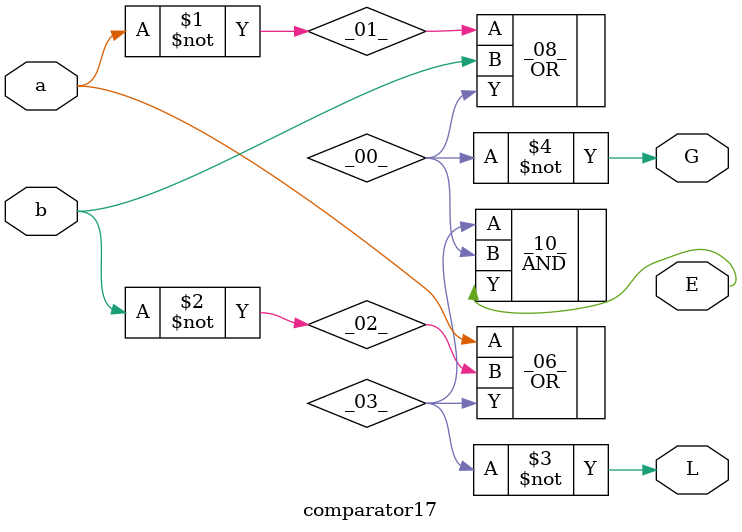
<source format=v>
/* Generated by Yosys 0.41+83 (git sha1 7045cf509, x86_64-w64-mingw32-g++ 13.2.1 -Os) */

/* cells_not_processed =  1  */
/* src = "comparator17.v:1.1-10.10" */
module comparator17(a, b, L, E, G);
wire _00_;
wire _01_;
wire _02_;
wire _03_;
output E;
wire E;
output G;
wire G;
output L;
wire L;
input a;
wire a;
input b;
wire b;

not _04_ ( .Y(_01_), .A(a));

not _05_ (.Y(_02_), .A(b));

OR _06_ (.Y(_03_), .A(a),.B(_02_));

not _07_ ( .Y(L), .A(_03_));

OR _08_ (.Y(_00_), .A(_01_), .B(b));

not _09_ ( .Y(G), .A(_00_));

AND _10_ ( .Y(E), .A(_03_), .B(_00_));
endmodule



</source>
